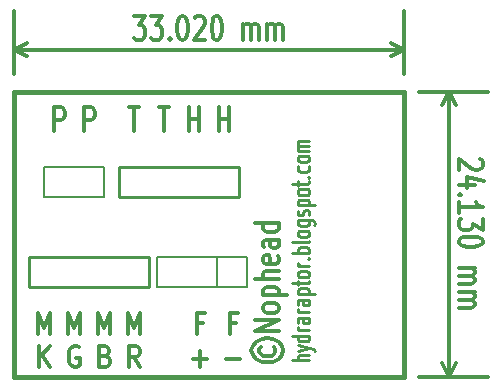
<source format=gto>
G04 (created by PCBNEW-RS274X (2012-01-19 BZR 3256)-stable) date 30/10/2012 22:31:02*
G01*
G70*
G90*
%MOIN*%
G04 Gerber Fmt 3.4, Leading zero omitted, Abs format*
%FSLAX34Y34*%
G04 APERTURE LIST*
%ADD10C,0.006000*%
%ADD11C,0.009900*%
%ADD12C,0.012000*%
%ADD13C,0.015000*%
%ADD14C,0.010000*%
G04 APERTURE END LIST*
G54D10*
G54D11*
X37839Y-23965D02*
X37248Y-23965D01*
X37839Y-23796D02*
X37529Y-23796D01*
X37473Y-23815D01*
X37445Y-23853D01*
X37445Y-23909D01*
X37473Y-23946D01*
X37501Y-23965D01*
X37445Y-23647D02*
X37839Y-23553D01*
X37445Y-23459D02*
X37839Y-23553D01*
X37979Y-23590D01*
X38008Y-23609D01*
X38036Y-23647D01*
X37839Y-23140D02*
X37248Y-23140D01*
X37811Y-23140D02*
X37839Y-23178D01*
X37839Y-23253D01*
X37811Y-23290D01*
X37782Y-23309D01*
X37726Y-23328D01*
X37557Y-23328D01*
X37501Y-23309D01*
X37473Y-23290D01*
X37445Y-23253D01*
X37445Y-23178D01*
X37473Y-23140D01*
X37839Y-22953D02*
X37445Y-22953D01*
X37557Y-22953D02*
X37501Y-22934D01*
X37473Y-22916D01*
X37445Y-22878D01*
X37445Y-22841D01*
X37839Y-22540D02*
X37529Y-22540D01*
X37473Y-22559D01*
X37445Y-22597D01*
X37445Y-22672D01*
X37473Y-22709D01*
X37811Y-22540D02*
X37839Y-22578D01*
X37839Y-22672D01*
X37811Y-22709D01*
X37754Y-22728D01*
X37698Y-22728D01*
X37642Y-22709D01*
X37614Y-22672D01*
X37614Y-22578D01*
X37585Y-22540D01*
X37839Y-22353D02*
X37445Y-22353D01*
X37557Y-22353D02*
X37501Y-22334D01*
X37473Y-22316D01*
X37445Y-22278D01*
X37445Y-22241D01*
X37839Y-21940D02*
X37529Y-21940D01*
X37473Y-21959D01*
X37445Y-21997D01*
X37445Y-22072D01*
X37473Y-22109D01*
X37811Y-21940D02*
X37839Y-21978D01*
X37839Y-22072D01*
X37811Y-22109D01*
X37754Y-22128D01*
X37698Y-22128D01*
X37642Y-22109D01*
X37614Y-22072D01*
X37614Y-21978D01*
X37585Y-21940D01*
X37445Y-21753D02*
X38036Y-21753D01*
X37473Y-21753D02*
X37445Y-21716D01*
X37445Y-21641D01*
X37473Y-21603D01*
X37501Y-21584D01*
X37557Y-21566D01*
X37726Y-21566D01*
X37782Y-21584D01*
X37811Y-21603D01*
X37839Y-21641D01*
X37839Y-21716D01*
X37811Y-21753D01*
X37445Y-21453D02*
X37445Y-21303D01*
X37248Y-21397D02*
X37754Y-21397D01*
X37811Y-21378D01*
X37839Y-21341D01*
X37839Y-21303D01*
X37839Y-21116D02*
X37811Y-21153D01*
X37782Y-21172D01*
X37726Y-21191D01*
X37557Y-21191D01*
X37501Y-21172D01*
X37473Y-21153D01*
X37445Y-21116D01*
X37445Y-21060D01*
X37473Y-21022D01*
X37501Y-21003D01*
X37557Y-20985D01*
X37726Y-20985D01*
X37782Y-21003D01*
X37811Y-21022D01*
X37839Y-21060D01*
X37839Y-21116D01*
X37839Y-20816D02*
X37445Y-20816D01*
X37557Y-20816D02*
X37501Y-20797D01*
X37473Y-20779D01*
X37445Y-20741D01*
X37445Y-20704D01*
X37782Y-20572D02*
X37811Y-20553D01*
X37839Y-20572D01*
X37811Y-20591D01*
X37782Y-20572D01*
X37839Y-20572D01*
X37839Y-20384D02*
X37248Y-20384D01*
X37473Y-20384D02*
X37445Y-20347D01*
X37445Y-20272D01*
X37473Y-20234D01*
X37501Y-20215D01*
X37557Y-20197D01*
X37726Y-20197D01*
X37782Y-20215D01*
X37811Y-20234D01*
X37839Y-20272D01*
X37839Y-20347D01*
X37811Y-20384D01*
X37839Y-19972D02*
X37811Y-20009D01*
X37754Y-20028D01*
X37248Y-20028D01*
X37839Y-19766D02*
X37811Y-19803D01*
X37782Y-19822D01*
X37726Y-19841D01*
X37557Y-19841D01*
X37501Y-19822D01*
X37473Y-19803D01*
X37445Y-19766D01*
X37445Y-19710D01*
X37473Y-19672D01*
X37501Y-19653D01*
X37557Y-19635D01*
X37726Y-19635D01*
X37782Y-19653D01*
X37811Y-19672D01*
X37839Y-19710D01*
X37839Y-19766D01*
X37445Y-19297D02*
X37923Y-19297D01*
X37979Y-19316D01*
X38008Y-19335D01*
X38036Y-19372D01*
X38036Y-19429D01*
X38008Y-19466D01*
X37811Y-19297D02*
X37839Y-19335D01*
X37839Y-19410D01*
X37811Y-19447D01*
X37782Y-19466D01*
X37726Y-19485D01*
X37557Y-19485D01*
X37501Y-19466D01*
X37473Y-19447D01*
X37445Y-19410D01*
X37445Y-19335D01*
X37473Y-19297D01*
X37811Y-19129D02*
X37839Y-19091D01*
X37839Y-19016D01*
X37811Y-18979D01*
X37754Y-18960D01*
X37726Y-18960D01*
X37670Y-18979D01*
X37642Y-19016D01*
X37642Y-19073D01*
X37614Y-19110D01*
X37557Y-19129D01*
X37529Y-19129D01*
X37473Y-19110D01*
X37445Y-19073D01*
X37445Y-19016D01*
X37473Y-18979D01*
X37445Y-18791D02*
X38036Y-18791D01*
X37473Y-18791D02*
X37445Y-18754D01*
X37445Y-18679D01*
X37473Y-18641D01*
X37501Y-18622D01*
X37557Y-18604D01*
X37726Y-18604D01*
X37782Y-18622D01*
X37811Y-18641D01*
X37839Y-18679D01*
X37839Y-18754D01*
X37811Y-18791D01*
X37839Y-18379D02*
X37811Y-18416D01*
X37782Y-18435D01*
X37726Y-18454D01*
X37557Y-18454D01*
X37501Y-18435D01*
X37473Y-18416D01*
X37445Y-18379D01*
X37445Y-18323D01*
X37473Y-18285D01*
X37501Y-18266D01*
X37557Y-18248D01*
X37726Y-18248D01*
X37782Y-18266D01*
X37811Y-18285D01*
X37839Y-18323D01*
X37839Y-18379D01*
X37445Y-18135D02*
X37445Y-17985D01*
X37248Y-18079D02*
X37754Y-18079D01*
X37811Y-18060D01*
X37839Y-18023D01*
X37839Y-17985D01*
X37782Y-17854D02*
X37811Y-17835D01*
X37839Y-17854D01*
X37811Y-17873D01*
X37782Y-17854D01*
X37839Y-17854D01*
X37811Y-17497D02*
X37839Y-17535D01*
X37839Y-17610D01*
X37811Y-17647D01*
X37782Y-17666D01*
X37726Y-17685D01*
X37557Y-17685D01*
X37501Y-17666D01*
X37473Y-17647D01*
X37445Y-17610D01*
X37445Y-17535D01*
X37473Y-17497D01*
X37839Y-17272D02*
X37811Y-17309D01*
X37782Y-17328D01*
X37726Y-17347D01*
X37557Y-17347D01*
X37501Y-17328D01*
X37473Y-17309D01*
X37445Y-17272D01*
X37445Y-17216D01*
X37473Y-17178D01*
X37501Y-17159D01*
X37557Y-17141D01*
X37726Y-17141D01*
X37782Y-17159D01*
X37811Y-17178D01*
X37839Y-17216D01*
X37839Y-17272D01*
X37839Y-16972D02*
X37445Y-16972D01*
X37501Y-16972D02*
X37473Y-16953D01*
X37445Y-16916D01*
X37445Y-16860D01*
X37473Y-16822D01*
X37529Y-16803D01*
X37839Y-16803D01*
X37529Y-16803D02*
X37473Y-16785D01*
X37445Y-16747D01*
X37445Y-16691D01*
X37473Y-16653D01*
X37529Y-16634D01*
X37839Y-16634D01*
G54D12*
X36214Y-23514D02*
X36176Y-23572D01*
X36176Y-23686D01*
X36214Y-23743D01*
X36290Y-23800D01*
X36367Y-23829D01*
X36519Y-23829D01*
X36595Y-23800D01*
X36671Y-23743D01*
X36710Y-23686D01*
X36710Y-23572D01*
X36671Y-23514D01*
X35910Y-23629D02*
X35948Y-23772D01*
X36062Y-23914D01*
X36252Y-24000D01*
X36443Y-24029D01*
X36633Y-24000D01*
X36824Y-23914D01*
X36938Y-23772D01*
X36976Y-23629D01*
X36938Y-23486D01*
X36824Y-23343D01*
X36633Y-23257D01*
X36443Y-23229D01*
X36252Y-23257D01*
X36062Y-23343D01*
X35948Y-23486D01*
X35910Y-23629D01*
X36824Y-22971D02*
X36024Y-22971D01*
X36824Y-22628D01*
X36024Y-22628D01*
X36824Y-22256D02*
X36786Y-22314D01*
X36748Y-22342D01*
X36671Y-22371D01*
X36443Y-22371D01*
X36367Y-22342D01*
X36329Y-22314D01*
X36290Y-22256D01*
X36290Y-22171D01*
X36329Y-22114D01*
X36367Y-22085D01*
X36443Y-22056D01*
X36671Y-22056D01*
X36748Y-22085D01*
X36786Y-22114D01*
X36824Y-22171D01*
X36824Y-22256D01*
X36290Y-21799D02*
X37090Y-21799D01*
X36329Y-21799D02*
X36290Y-21742D01*
X36290Y-21628D01*
X36329Y-21571D01*
X36367Y-21542D01*
X36443Y-21513D01*
X36671Y-21513D01*
X36748Y-21542D01*
X36786Y-21571D01*
X36824Y-21628D01*
X36824Y-21742D01*
X36786Y-21799D01*
X36824Y-21256D02*
X36024Y-21256D01*
X36824Y-20999D02*
X36405Y-20999D01*
X36329Y-21028D01*
X36290Y-21085D01*
X36290Y-21170D01*
X36329Y-21228D01*
X36367Y-21256D01*
X36786Y-20485D02*
X36824Y-20542D01*
X36824Y-20656D01*
X36786Y-20713D01*
X36710Y-20742D01*
X36405Y-20742D01*
X36329Y-20713D01*
X36290Y-20656D01*
X36290Y-20542D01*
X36329Y-20485D01*
X36405Y-20456D01*
X36481Y-20456D01*
X36557Y-20742D01*
X36824Y-19942D02*
X36405Y-19942D01*
X36329Y-19971D01*
X36290Y-20028D01*
X36290Y-20142D01*
X36329Y-20199D01*
X36786Y-19942D02*
X36824Y-19999D01*
X36824Y-20142D01*
X36786Y-20199D01*
X36710Y-20228D01*
X36633Y-20228D01*
X36557Y-20199D01*
X36519Y-20142D01*
X36519Y-19999D01*
X36481Y-19942D01*
X36824Y-19399D02*
X36024Y-19399D01*
X36786Y-19399D02*
X36824Y-19456D01*
X36824Y-19570D01*
X36786Y-19628D01*
X36748Y-19656D01*
X36671Y-19685D01*
X36443Y-19685D01*
X36367Y-19656D01*
X36329Y-19628D01*
X36290Y-19570D01*
X36290Y-19456D01*
X36329Y-19399D01*
X31987Y-12485D02*
X32358Y-12485D01*
X32158Y-12790D01*
X32244Y-12790D01*
X32301Y-12828D01*
X32330Y-12866D01*
X32358Y-12942D01*
X32358Y-13132D01*
X32330Y-13209D01*
X32301Y-13247D01*
X32244Y-13285D01*
X32072Y-13285D01*
X32015Y-13247D01*
X31987Y-13209D01*
X32558Y-12485D02*
X32929Y-12485D01*
X32729Y-12790D01*
X32815Y-12790D01*
X32872Y-12828D01*
X32901Y-12866D01*
X32929Y-12942D01*
X32929Y-13132D01*
X32901Y-13209D01*
X32872Y-13247D01*
X32815Y-13285D01*
X32643Y-13285D01*
X32586Y-13247D01*
X32558Y-13209D01*
X33186Y-13209D02*
X33214Y-13247D01*
X33186Y-13285D01*
X33157Y-13247D01*
X33186Y-13209D01*
X33186Y-13285D01*
X33586Y-12485D02*
X33643Y-12485D01*
X33700Y-12523D01*
X33729Y-12561D01*
X33758Y-12637D01*
X33786Y-12790D01*
X33786Y-12980D01*
X33758Y-13132D01*
X33729Y-13209D01*
X33700Y-13247D01*
X33643Y-13285D01*
X33586Y-13285D01*
X33529Y-13247D01*
X33500Y-13209D01*
X33472Y-13132D01*
X33443Y-12980D01*
X33443Y-12790D01*
X33472Y-12637D01*
X33500Y-12561D01*
X33529Y-12523D01*
X33586Y-12485D01*
X34014Y-12561D02*
X34043Y-12523D01*
X34100Y-12485D01*
X34243Y-12485D01*
X34300Y-12523D01*
X34329Y-12561D01*
X34357Y-12637D01*
X34357Y-12713D01*
X34329Y-12828D01*
X33986Y-13285D01*
X34357Y-13285D01*
X34728Y-12485D02*
X34785Y-12485D01*
X34842Y-12523D01*
X34871Y-12561D01*
X34900Y-12637D01*
X34928Y-12790D01*
X34928Y-12980D01*
X34900Y-13132D01*
X34871Y-13209D01*
X34842Y-13247D01*
X34785Y-13285D01*
X34728Y-13285D01*
X34671Y-13247D01*
X34642Y-13209D01*
X34614Y-13132D01*
X34585Y-12980D01*
X34585Y-12790D01*
X34614Y-12637D01*
X34642Y-12561D01*
X34671Y-12523D01*
X34728Y-12485D01*
X35642Y-13285D02*
X35642Y-12751D01*
X35642Y-12828D02*
X35670Y-12790D01*
X35728Y-12751D01*
X35813Y-12751D01*
X35870Y-12790D01*
X35899Y-12866D01*
X35899Y-13285D01*
X35899Y-12866D02*
X35928Y-12790D01*
X35985Y-12751D01*
X36070Y-12751D01*
X36128Y-12790D01*
X36156Y-12866D01*
X36156Y-13285D01*
X36442Y-13285D02*
X36442Y-12751D01*
X36442Y-12828D02*
X36470Y-12790D01*
X36528Y-12751D01*
X36613Y-12751D01*
X36670Y-12790D01*
X36699Y-12866D01*
X36699Y-13285D01*
X36699Y-12866D02*
X36728Y-12790D01*
X36785Y-12751D01*
X36870Y-12751D01*
X36928Y-12790D01*
X36956Y-12866D01*
X36956Y-13285D01*
X28000Y-13601D02*
X41000Y-13601D01*
X28000Y-14400D02*
X28000Y-12321D01*
X41000Y-14400D02*
X41000Y-12321D01*
X41000Y-13601D02*
X40557Y-13831D01*
X41000Y-13601D02*
X40557Y-13371D01*
X28000Y-13601D02*
X28443Y-13831D01*
X28000Y-13601D02*
X28443Y-13371D01*
G54D13*
X28000Y-24500D02*
X41000Y-24500D01*
X41000Y-15000D02*
X28000Y-15000D01*
X28000Y-24500D02*
X28000Y-15000D01*
X28000Y-15000D02*
X28000Y-24500D01*
G54D12*
X43539Y-17265D02*
X43577Y-17294D01*
X43615Y-17351D01*
X43615Y-17494D01*
X43577Y-17551D01*
X43539Y-17580D01*
X43463Y-17608D01*
X43387Y-17608D01*
X43272Y-17580D01*
X42815Y-17237D01*
X42815Y-17608D01*
X43349Y-18122D02*
X42815Y-18122D01*
X43653Y-17979D02*
X43082Y-17836D01*
X43082Y-18208D01*
X42891Y-18436D02*
X42853Y-18464D01*
X42815Y-18436D01*
X42853Y-18407D01*
X42891Y-18436D01*
X42815Y-18436D01*
X42815Y-19036D02*
X42815Y-18693D01*
X42815Y-18865D02*
X43615Y-18865D01*
X43501Y-18808D01*
X43425Y-18750D01*
X43387Y-18693D01*
X43615Y-19236D02*
X43615Y-19607D01*
X43310Y-19407D01*
X43310Y-19493D01*
X43272Y-19550D01*
X43234Y-19579D01*
X43158Y-19607D01*
X42968Y-19607D01*
X42891Y-19579D01*
X42853Y-19550D01*
X42815Y-19493D01*
X42815Y-19321D01*
X42853Y-19264D01*
X42891Y-19236D01*
X43615Y-19978D02*
X43615Y-20035D01*
X43577Y-20092D01*
X43539Y-20121D01*
X43463Y-20150D01*
X43310Y-20178D01*
X43120Y-20178D01*
X42968Y-20150D01*
X42891Y-20121D01*
X42853Y-20092D01*
X42815Y-20035D01*
X42815Y-19978D01*
X42853Y-19921D01*
X42891Y-19892D01*
X42968Y-19864D01*
X43120Y-19835D01*
X43310Y-19835D01*
X43463Y-19864D01*
X43539Y-19892D01*
X43577Y-19921D01*
X43615Y-19978D01*
X42815Y-20892D02*
X43349Y-20892D01*
X43272Y-20892D02*
X43310Y-20920D01*
X43349Y-20978D01*
X43349Y-21063D01*
X43310Y-21120D01*
X43234Y-21149D01*
X42815Y-21149D01*
X43234Y-21149D02*
X43310Y-21178D01*
X43349Y-21235D01*
X43349Y-21320D01*
X43310Y-21378D01*
X43234Y-21406D01*
X42815Y-21406D01*
X42815Y-21692D02*
X43349Y-21692D01*
X43272Y-21692D02*
X43310Y-21720D01*
X43349Y-21778D01*
X43349Y-21863D01*
X43310Y-21920D01*
X43234Y-21949D01*
X42815Y-21949D01*
X43234Y-21949D02*
X43310Y-21978D01*
X43349Y-22035D01*
X43349Y-22120D01*
X43310Y-22178D01*
X43234Y-22206D01*
X42815Y-22206D01*
X42499Y-15000D02*
X42499Y-24500D01*
X41500Y-15000D02*
X43779Y-15000D01*
X41500Y-24500D02*
X43779Y-24500D01*
X42499Y-24500D02*
X42269Y-24057D01*
X42499Y-24500D02*
X42729Y-24057D01*
X42499Y-15000D02*
X42269Y-15443D01*
X42499Y-15000D02*
X42729Y-15443D01*
G54D13*
X41000Y-15000D02*
X41000Y-24500D01*
G54D12*
X34286Y-22715D02*
X34086Y-22715D01*
X34086Y-23086D02*
X34086Y-22377D01*
X34372Y-22377D01*
X33972Y-23928D02*
X34429Y-23928D01*
X34200Y-24198D02*
X34200Y-23658D01*
X35386Y-22715D02*
X35186Y-22715D01*
X35186Y-23086D02*
X35186Y-22377D01*
X35472Y-22377D01*
X35072Y-23928D02*
X35529Y-23928D01*
X31800Y-23086D02*
X31800Y-22377D01*
X32000Y-22884D01*
X32200Y-22377D01*
X32200Y-23086D01*
X32186Y-24198D02*
X31986Y-23861D01*
X31843Y-24198D02*
X31843Y-23489D01*
X32071Y-23489D01*
X32129Y-23523D01*
X32157Y-23557D01*
X32186Y-23625D01*
X32186Y-23726D01*
X32157Y-23793D01*
X32129Y-23827D01*
X32071Y-23861D01*
X31843Y-23861D01*
X30800Y-23086D02*
X30800Y-22377D01*
X31000Y-22884D01*
X31200Y-22377D01*
X31200Y-23086D01*
X31043Y-23827D02*
X31129Y-23861D01*
X31157Y-23895D01*
X31186Y-23962D01*
X31186Y-24063D01*
X31157Y-24131D01*
X31129Y-24165D01*
X31071Y-24198D01*
X30843Y-24198D01*
X30843Y-23489D01*
X31043Y-23489D01*
X31100Y-23523D01*
X31129Y-23557D01*
X31157Y-23625D01*
X31157Y-23692D01*
X31129Y-23760D01*
X31100Y-23793D01*
X31043Y-23827D01*
X30843Y-23827D01*
X29800Y-23086D02*
X29800Y-22377D01*
X30000Y-22884D01*
X30200Y-22377D01*
X30200Y-23086D01*
X30157Y-23523D02*
X30100Y-23489D01*
X30014Y-23489D01*
X29929Y-23523D01*
X29871Y-23591D01*
X29843Y-23658D01*
X29814Y-23793D01*
X29814Y-23895D01*
X29843Y-24030D01*
X29871Y-24097D01*
X29929Y-24165D01*
X30014Y-24198D01*
X30071Y-24198D01*
X30157Y-24165D01*
X30186Y-24131D01*
X30186Y-23895D01*
X30071Y-23895D01*
X28800Y-23086D02*
X28800Y-22377D01*
X29000Y-22884D01*
X29200Y-22377D01*
X29200Y-23086D01*
X28843Y-24198D02*
X28843Y-23489D01*
X29186Y-24198D02*
X28929Y-23793D01*
X29186Y-23489D02*
X28843Y-23895D01*
X34829Y-16324D02*
X34829Y-15524D01*
X34829Y-15905D02*
X35172Y-15905D01*
X35172Y-16324D02*
X35172Y-15524D01*
X33829Y-16324D02*
X33829Y-15524D01*
X33829Y-15905D02*
X34172Y-15905D01*
X34172Y-16324D02*
X34172Y-15524D01*
X30343Y-16324D02*
X30343Y-15524D01*
X30571Y-15524D01*
X30629Y-15562D01*
X30657Y-15600D01*
X30686Y-15676D01*
X30686Y-15790D01*
X30657Y-15867D01*
X30629Y-15905D01*
X30571Y-15943D01*
X30343Y-15943D01*
X29343Y-16324D02*
X29343Y-15524D01*
X29571Y-15524D01*
X29629Y-15562D01*
X29657Y-15600D01*
X29686Y-15676D01*
X29686Y-15790D01*
X29657Y-15867D01*
X29629Y-15905D01*
X29571Y-15943D01*
X29343Y-15943D01*
X32829Y-15524D02*
X33172Y-15524D01*
X33001Y-16324D02*
X33001Y-15524D01*
X31829Y-15524D02*
X32172Y-15524D01*
X32001Y-16324D02*
X32001Y-15524D01*
G54D10*
X29000Y-18500D02*
X29000Y-17500D01*
X29000Y-17500D02*
X31000Y-17500D01*
X31000Y-17500D02*
X31000Y-18500D01*
X31000Y-18500D02*
X29000Y-18500D01*
G54D14*
X35500Y-18500D02*
X31500Y-18500D01*
X35500Y-17500D02*
X31500Y-17500D01*
X31500Y-17500D02*
X31500Y-18500D01*
X35500Y-18500D02*
X35500Y-17500D01*
G54D10*
X35750Y-20500D02*
X35750Y-21500D01*
X35750Y-21500D02*
X32750Y-21500D01*
X32750Y-21500D02*
X32750Y-20500D01*
X32750Y-20500D02*
X35750Y-20500D01*
X34750Y-21500D02*
X34750Y-20500D01*
G54D14*
X28500Y-20500D02*
X32500Y-20500D01*
X28500Y-21500D02*
X32500Y-21500D01*
X32500Y-21500D02*
X32500Y-20500D01*
X28500Y-20500D02*
X28500Y-21500D01*
M02*

</source>
